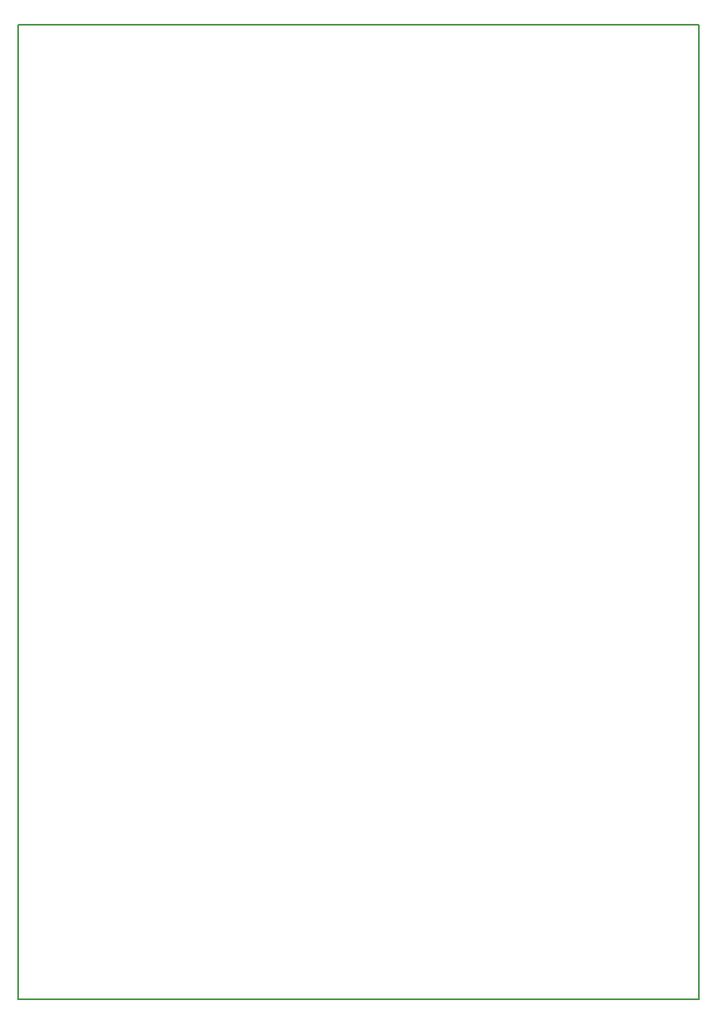
<source format=gko>
G04 #@! TF.FileFunction,Profile,NP*
%FSLAX46Y46*%
G04 Gerber Fmt 4.6, Leading zero omitted, Abs format (unit mm)*
G04 Created by KiCad (PCBNEW 4.0.6) date 09/11/17 20:09:05*
%MOMM*%
%LPD*%
G01*
G04 APERTURE LIST*
%ADD10C,0.100000*%
%ADD11C,0.150000*%
G04 APERTURE END LIST*
D10*
D11*
X170000000Y-50000000D02*
X170000000Y-150000000D01*
X100000000Y-50000000D02*
X170000000Y-50000000D01*
X100000000Y-50000000D02*
X100000000Y-150000000D01*
X100000000Y-150000000D02*
X170000000Y-150000000D01*
M02*

</source>
